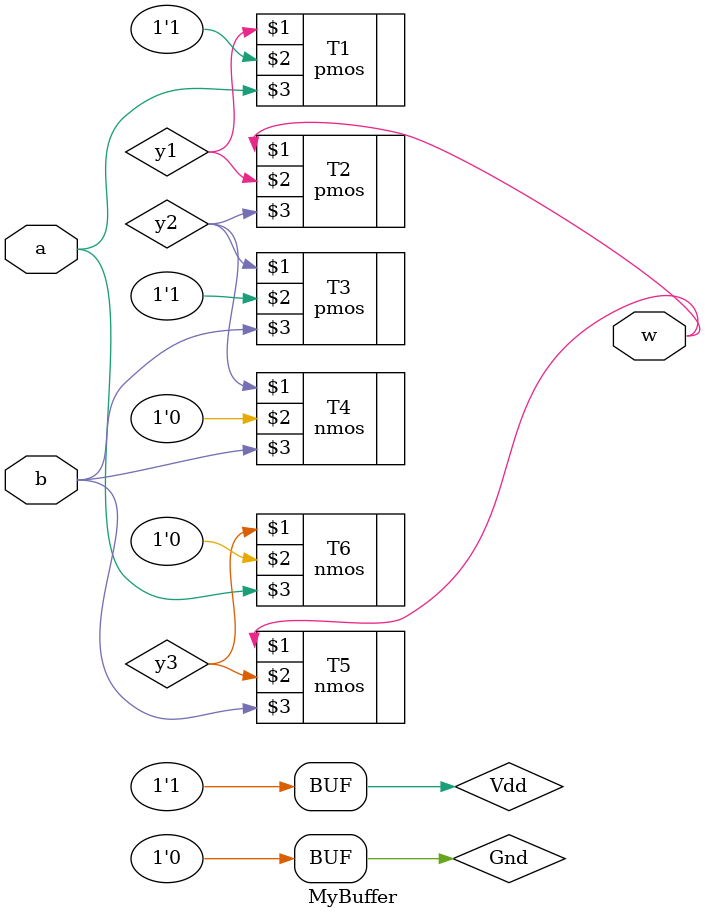
<source format=v>
module MyBuffer (input a,b , output w);
	wire y1,y2,y3;
	supply1 Vdd;
	supply0 Gnd;
	pmos #(5,6,7) T1(y1,Vdd,a);
	pmos #(5,6,7) T2(w,y1,y2);
	
	//inverter:
	pmos #(5,6,7) T3(y2,Vdd,b);
	nmos #(3,4,5) T4(y2,Gnd,b);

	nmos #(3,4,5) T5(w,y3,b);
	nmos #(3,4,5) T6(y3,Gnd,a);

endmodule
</source>
